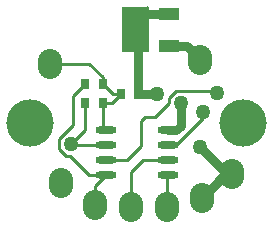
<source format=gtl>
G04 Layer_Physical_Order=1*
G04 Layer_Color=255*
%FSLAX25Y25*%
%MOIN*%
G70*
G01*
G75*
%ADD10O,0.07087X0.02362*%
%ADD11R,0.02756X0.03543*%
%ADD12R,0.06693X0.04331*%
%ADD13R,0.03150X0.03543*%
%ADD14C,0.03000*%
%ADD15C,0.01000*%
%ADD16O,0.08000X0.10000*%
%ADD17C,0.15748*%
%ADD18C,0.06000*%
%ADD19C,0.05000*%
G36*
X51500Y86000D02*
Y71000D01*
X42500D01*
Y86000D01*
X50500D01*
X51000Y86500D01*
X51500Y86000D01*
D02*
G37*
D10*
X37264Y45000D02*
D03*
Y40000D02*
D03*
Y35000D02*
D03*
Y30000D02*
D03*
X57736Y45000D02*
D03*
Y40000D02*
D03*
Y35000D02*
D03*
Y30000D02*
D03*
D11*
X35953Y54000D02*
D03*
X30047D02*
D03*
X35953Y60500D02*
D03*
X30047D02*
D03*
D12*
X58000Y83815D02*
D03*
Y73185D02*
D03*
D13*
X42244Y57000D02*
D03*
X47756D02*
D03*
D14*
X61000Y73185D02*
X64185D01*
X49315Y83815D02*
X55000D01*
X47000Y81500D02*
X49315Y83815D01*
X68870Y68500D02*
X70000D01*
X64185Y73185D02*
X68870Y68500D01*
X69000Y22500D02*
X77000Y30500D01*
X79000D01*
X47756Y57000D02*
Y73744D01*
X47000Y74500D02*
X47756Y73744D01*
X69000Y22500D02*
X77172Y30672D01*
X68500Y39343D02*
X77172Y30672D01*
X57736Y45000D02*
X60500D01*
X47756Y57000D02*
X54000D01*
X62000Y46500D02*
Y54000D01*
X60500Y45000D02*
X62000Y46500D01*
D15*
X44000Y35000D02*
X48669Y39669D01*
X37264Y35000D02*
X44000D01*
X48669Y39669D02*
Y48169D01*
X50000Y49500D01*
X18500Y67000D02*
X31500D01*
X35953Y62547D01*
Y60500D02*
Y62547D01*
Y60500D02*
X39453Y57000D01*
X42244D01*
X39244Y54000D02*
X42244Y57000D01*
X35953Y54000D02*
X39244D01*
X35953Y46311D02*
Y54000D01*
Y46311D02*
X37264Y45000D01*
X30000Y53953D02*
X30047Y54000D01*
X31500Y30000D02*
X37264D01*
X25500Y40500D02*
X26216D01*
X23843Y36500D02*
X25000D01*
X31500Y30000D01*
X25500Y40500D02*
X30000Y45000D01*
Y53953D01*
X25500Y40000D02*
X37264D01*
X33500Y20000D02*
Y26236D01*
X37264Y30000D01*
X26000Y56453D02*
X30047Y60500D01*
X21500Y38843D02*
X23843Y36500D01*
X21500Y38843D02*
Y42157D01*
X26000Y46657D02*
Y56453D01*
X21500Y42157D02*
X26000Y46657D01*
X45500Y19500D02*
Y31000D01*
X49500Y35000D01*
X57736D01*
X57500Y19500D02*
Y29764D01*
X57736Y30000D01*
X58000Y55657D02*
X60343Y58000D01*
X73500D02*
X74000Y57500D01*
X60343Y58000D02*
X73500D01*
X57736Y40000D02*
X60500D01*
X69500Y49000D01*
Y51000D01*
X50000Y49500D02*
X53500D01*
X58000Y54000D01*
Y55657D01*
D16*
X33500Y20000D02*
D03*
X69000Y22500D02*
D03*
X45500Y19500D02*
D03*
X57500D02*
D03*
X68500Y68500D02*
D03*
X79000Y30500D02*
D03*
X22000Y27500D02*
D03*
X18500Y67000D02*
D03*
D17*
X82677Y47244D02*
D03*
X11811D02*
D03*
D18*
X47000Y81500D02*
D03*
Y74500D02*
D03*
D19*
X68500Y39343D02*
D03*
X25500Y40500D02*
D03*
X74000Y57500D02*
D03*
X54000Y57000D02*
D03*
X62000Y54000D02*
D03*
X69500Y51000D02*
D03*
M02*

</source>
